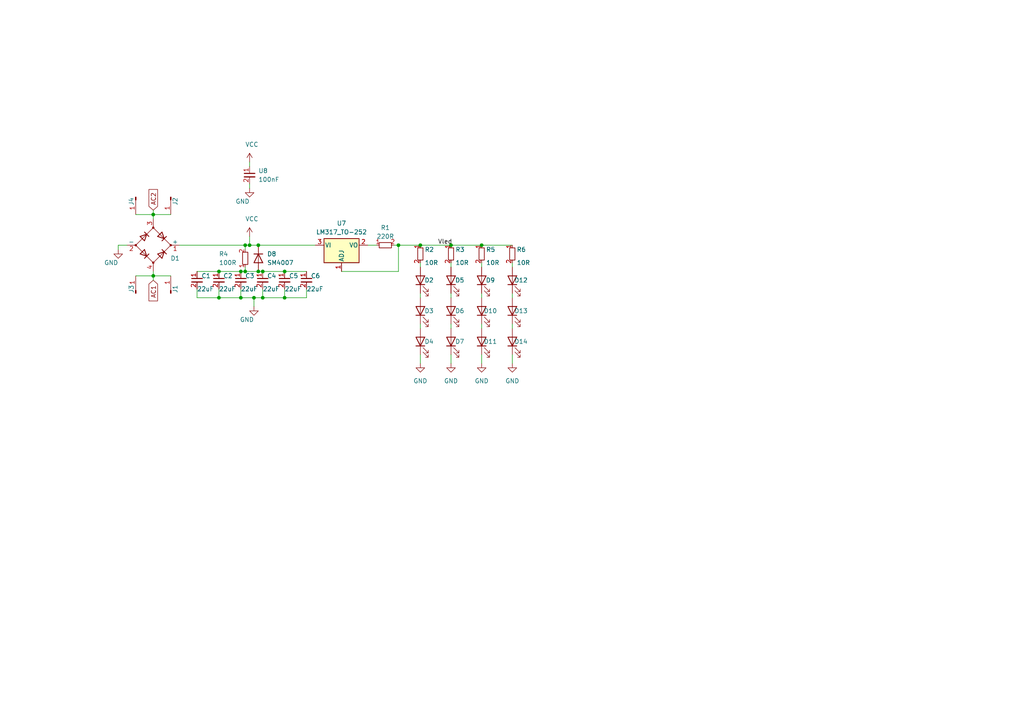
<source format=kicad_sch>
(kicad_sch (version 20230121) (generator eeschema)
  (paper "A4")
  (lib_symbols
    (symbol "Connector:Conn_01x01_Pin" (pin_names (offset 1.016) hide)
      (property "Reference" "J" (at 0 2.54 0))
      (property "Value" "Conn_01x01_Pin" (at 0 -2.54 0))
      (symbol "Conn_01x01_Pin_1_1"
        (polyline (pts (xy 1.27 0) (xy 0.8636 0)) (stroke (width 0.1524)))
        (rectangle (start 0.8636 0.127) (end 0 -0.127) (stroke (width 0.1524)) (fill (type outline)))
        (pin passive line (at 5.08 0 180) (length 3.81) (name "Pin_1") (number "1"))
      )
    )
    (symbol "Device:D_Bridge_+-AA" (pin_names (offset 0))
      (property "Reference" "D" (at 2.54 6.985 0))
      (property "Value" "D_Bridge_+-AA" (at 2.54 5.08 0))
      (symbol "D_Bridge_+-AA_0_1"
        (circle (center -5.08 0) (radius 0.254) (fill (type outline)))
        (circle (center 0 -5.08) (radius 0.254) (fill (type outline)))
        (polyline (pts (xy -2.54 3.81) (xy -1.27 2.54)) (stroke (width 0.254)))
        (polyline (pts (xy -1.27 -2.54) (xy -2.54 -3.81)) (stroke (width 0.254)))
        (polyline (pts (xy 2.54 -1.27) (xy 3.81 -2.54)) (stroke (width 0.254)))
        (polyline (pts (xy 2.54 1.27) (xy 3.81 2.54)) (stroke (width 0.254)))
        (polyline (pts (xy -3.81 2.54) (xy -2.54 1.27) (xy -1.905 3.175) (xy -3.81 2.54)) (stroke (width 0.254)))
        (polyline (pts (xy -2.54 -1.27) (xy -3.81 -2.54) (xy -1.905 -3.175) (xy -2.54 -1.27)) (stroke (width 0.254)))
        (polyline (pts (xy 1.27 2.54) (xy 2.54 3.81) (xy 3.175 1.905) (xy 1.27 2.54)) (stroke (width 0.254)))
        (polyline (pts (xy 3.175 -1.905) (xy 1.27 -2.54) (xy 2.54 -3.81) (xy 3.175 -1.905)) (stroke (width 0.254)))
        (polyline (pts (xy -5.08 0) (xy 0 -5.08) (xy 5.08 0) (xy 0 5.08) (xy -5.08 0)))
        (circle (center 0 5.08) (radius 0.254) (fill (type outline)))
        (circle (center 5.08 0) (radius 0.254) (fill (type outline)))
      )
      (symbol "D_Bridge_+-AA_1_1"
        (pin passive line (at 7.62 0 180) (length 2.54) (name "+") (number "1"))
        (pin passive line (at -7.62 0 0) (length 2.54) (name "-") (number "2"))
        (pin passive line (at 0 7.62 270) (length 2.54) (name "~") (number "3"))
        (pin passive line (at 0 -7.62 90) (length 2.54) (name "~") (number "4"))
      )
    )
    (symbol "Device:LED" (pin_numbers hide) (pin_names (offset 1.016) hide)
      (property "Reference" "D" (at 0 2.54 0))
      (property "Value" "LED" (at 0 -2.54 0))
      (symbol "LED_0_1"
        (polyline (pts (xy -1.27 -1.27) (xy -1.27 1.27)) (stroke (width 0.254)))
        (polyline (pts (xy -1.27 0) (xy 1.27 0)))
        (polyline (pts (xy 1.27 -1.27) (xy 1.27 1.27) (xy -1.27 0) (xy 1.27 -1.27)) (stroke (width 0.254)))
        (polyline (pts (xy -3.048 -0.762) (xy -4.572 -2.286) (xy -3.81 -2.286) (xy -4.572 -2.286) (xy -4.572 -1.524)))
        (polyline (pts (xy -1.778 -0.762) (xy -3.302 -2.286) (xy -2.54 -2.286) (xy -3.302 -2.286) (xy -3.302 -1.524)))
      )
      (symbol "LED_1_1"
        (pin passive line (at -3.81 0 0) (length 2.54) (name "K") (number "1"))
        (pin passive line (at 3.81 0 180) (length 2.54) (name "A") (number "2"))
      )
    )
    (symbol "Diode:SM4007" (pin_numbers hide) (pin_names hide)
      (property "Reference" "D" (at 0 2.54 0))
      (property "Value" "SM4007" (at 0 -2.54 0))
      (symbol "SM4007_0_1"
        (polyline (pts (xy -1.27 1.27) (xy -1.27 -1.27)) (stroke (width 0.254)))
        (polyline (pts (xy 1.27 0) (xy -1.27 0)))
        (polyline (pts (xy 1.27 1.27) (xy 1.27 -1.27) (xy -1.27 0) (xy 1.27 1.27)) (stroke (width 0.254)))
      )
      (symbol "SM4007_1_1"
        (pin passive line (at -3.81 0 0) (length 2.54) (name "K") (number "1"))
        (pin passive line (at 3.81 0 180) (length 2.54) (name "A") (number "2"))
      )
    )
    (symbol "Regulator_Linear:LM317_TO-252" (pin_names (offset 0.254))
      (property "Reference" "U" (at -3.81 3.175 0))
      (property "Value" "LM317_TO-252" (at 0 3.175 0))
      (symbol "LM317_TO-252_0_1"
        (rectangle (start -5.08 1.905) (end 5.08 -5.08) (stroke (width 0.254)) (fill (type background)))
      )
      (symbol "LM317_TO-252_1_1"
        (pin input line (at 0 -7.62 90) (length 2.54) (name "ADJ") (number "1"))
        (pin power_out line (at 7.62 0 180) (length 2.54) (name "VO") (number "2"))
        (pin power_in line (at -7.62 0 0) (length 2.54) (name "VI") (number "3"))
      )
    )
    (symbol "capacitor_miscellaneous:C_0603_100nF"
      (property "Reference" "U" (at 1.27 2.54 0))
      (property "Value" "100nF" (at 3.81 -2.54 0))
      (property "JLCPCB Part#" "C14663" (at 0 0 0))
      (symbol "C_0603_100nF_0_1"
        (polyline (pts (xy -1.524 -0.508) (xy 1.524 -0.508)) (stroke (width 0.3302)))
        (polyline (pts (xy -1.524 0.508) (xy 1.524 0.508)) (stroke (width 0.3048)))
      )
      (symbol "C_0603_100nF_1_1"
        (pin passive line (at 0 2.54 270) (length 2.032) (name "~") (number "1"))
        (pin passive line (at 0 -2.54 90) (length 2.032) (name "~") (number "2"))
      )
    )
    (symbol "capacitor_miscellaneous:C_1206_47uF"
      (property "Reference" "C" (at 1.27 2.54 0))
      (property "Value" "47uF" (at 3.81 -2.54 0))
      (property "JLCPCB Part#" "C96123" (at 0 0 0))
      (symbol "C_1206_47uF_0_1"
        (polyline (pts (xy -1.524 -0.508) (xy 1.524 -0.508)) (stroke (width 0.3302)))
        (polyline (pts (xy -1.524 0.508) (xy 1.524 0.508)) (stroke (width 0.3048)))
      )
      (symbol "C_1206_47uF_1_1"
        (pin passive line (at 0 2.54 270) (length 2.032) (name "~") (number "1"))
        (pin passive line (at 0 -2.54 90) (length 2.032) (name "~") (number "2"))
      )
    )
    (symbol "power:GND" (power) (pin_names (offset 0))
      (property "Value" "GND" (at 0 -3.81 0))
      (symbol "GND_0_1"
        (polyline (pts (xy 0 0) (xy 0 -1.27) (xy 1.27 -1.27) (xy 0 -2.54) (xy -1.27 -1.27) (xy 0 -1.27)))
      )
      (symbol "GND_1_1"
        (pin power_in line (at 0 0 270) (length 0) hide (name "GND") (number "1"))
      )
    )
    (symbol "power:VCC" (power) (pin_names (offset 0))
      (property "Value" "VCC" (at 0 3.81 0))
      (symbol "VCC_0_1"
        (polyline (pts (xy -0.762 1.27) (xy 0 2.54)))
        (polyline (pts (xy 0 0) (xy 0 2.54)))
        (polyline (pts (xy 0 2.54) (xy 0.762 1.27)))
      )
      (symbol "VCC_1_1"
        (pin power_in line (at 0 0 90) (length 0) hide (name "VCC") (number "1"))
      )
    )
    (symbol "resistors_0603:R_10R_0603"
      (property "Reference" "R" (at 1.27 2.54 0))
      (property "Value" "10R" (at 2.54 -2.54 0))
      (symbol "R_10R_0603_0_1"
        (rectangle (start -0.762 1.778) (end 0.762 -1.778) (stroke (width 0.2032)))
      )
      (symbol "R_10R_0603_1_1"
        (pin passive line (at 0 2.54 270) (length 0.762) (name "~") (number "1"))
        (pin passive line (at 0 -2.54 90) (length 0.762) (name "~") (number "2"))
      )
    )
    (symbol "resistors_0805:R_100R_0805"
      (property "Reference" "R" (at 1.27 2.54 0))
      (property "Value" "100R" (at 2.54 -2.54 0))
      (symbol "R_100R_0805_0_1"
        (rectangle (start -0.762 1.778) (end 0.762 -1.778) (stroke (width 0.2032)))
      )
      (symbol "R_100R_0805_1_1"
        (pin passive line (at 0 2.54 270) (length 0.762) (name "~") (number "1"))
        (pin passive line (at 0 -2.54 90) (length 0.762) (name "~") (number "2"))
      )
    )
    (symbol "resistors_0805:R_220k_0805"
      (property "Reference" "R" (at 1.27 2.54 0))
      (property "Value" "220k" (at 2.54 -2.54 0))
      (symbol "R_220k_0805_0_1"
        (rectangle (start -0.762 1.778) (end 0.762 -1.778) (stroke (width 0.2032)))
      )
      (symbol "R_220k_0805_1_1"
        (pin passive line (at 0 2.54 270) (length 0.762) (name "~") (number "1"))
        (pin passive line (at 0 -2.54 90) (length 0.762) (name "~") (number "2"))
      )
    )
  )
  (junction (at 69.85 86.36))
  (junction (at 82.55 78.74))
  (junction (at 63.5 78.74))
  (junction (at 73.66 86.36))
  (junction (at 72.39 71.12))
  (junction (at 74.93 78.74))
  (junction (at 44.45 62.23))
  (junction (at 115.57 71.12))
  (junction (at 74.93 71.12))
  (junction (at 71.12 78.74))
  (junction (at 76.2 78.74))
  (junction (at 71.12 71.12))
  (junction (at 44.45 80.01))
  (junction (at 82.55 86.36))
  (junction (at 121.92 71.12))
  (junction (at 63.5 86.36))
  (junction (at 139.7 71.12))
  (junction (at 130.81 71.12))
  (junction (at 69.85 78.74))
  (junction (at 76.2 86.36))
  (wire (pts (xy 115.57 78.74) (xy 99.06 78.74)))
  (wire (pts (xy 57.15 86.36) (xy 63.5 86.36)))
  (wire (pts (xy 57.15 83.82) (xy 57.15 86.36)))
  (wire (pts (xy 121.92 76.2) (xy 121.92 77.47)))
  (wire (pts (xy 139.7 102.87) (xy 139.7 105.41)))
  (wire (pts (xy 82.55 78.74) (xy 88.9 78.74)))
  (wire (pts (xy 148.59 85.09) (xy 148.59 86.36)))
  (wire (pts (xy 44.45 62.23) (xy 39.37 62.23)))
  (wire (pts (xy 115.57 71.12) (xy 121.92 71.12)))
  (wire (pts (xy 63.5 78.74) (xy 69.85 78.74)))
  (wire (pts (xy 71.12 71.12) (xy 72.39 71.12)))
  (wire (pts (xy 130.81 85.09) (xy 130.81 86.36)))
  (wire (pts (xy 130.81 93.98) (xy 130.81 95.25)))
  (wire (pts (xy 52.07 71.12) (xy 71.12 71.12)))
  (wire (pts (xy 76.2 86.36) (xy 82.55 86.36)))
  (wire (pts (xy 88.9 86.36) (xy 82.55 86.36)))
  (wire (pts (xy 71.12 78.74) (xy 74.93 78.74)))
  (wire (pts (xy 121.92 85.09) (xy 121.92 86.36)))
  (wire (pts (xy 72.39 68.58) (xy 72.39 71.12)))
  (wire (pts (xy 71.12 71.12) (xy 71.12 72.39)))
  (wire (pts (xy 57.15 78.74) (xy 63.5 78.74)))
  (wire (pts (xy 44.45 62.23) (xy 44.45 63.5)))
  (wire (pts (xy 139.7 93.98) (xy 139.7 95.25)))
  (wire (pts (xy 148.59 76.2) (xy 148.59 77.47)))
  (wire (pts (xy 44.45 80.01) (xy 39.37 80.01)))
  (wire (pts (xy 130.81 71.12) (xy 139.7 71.12)))
  (wire (pts (xy 121.92 71.12) (xy 130.81 71.12)))
  (wire (pts (xy 114.3 71.12) (xy 115.57 71.12)))
  (wire (pts (xy 76.2 78.74) (xy 82.55 78.74)))
  (wire (pts (xy 63.5 86.36) (xy 63.5 83.82)))
  (wire (pts (xy 49.53 62.23) (xy 44.45 62.23)))
  (wire (pts (xy 82.55 86.36) (xy 82.55 83.82)))
  (wire (pts (xy 69.85 86.36) (xy 69.85 83.82)))
  (wire (pts (xy 130.81 76.2) (xy 130.81 77.47)))
  (wire (pts (xy 73.66 86.36) (xy 69.85 86.36)))
  (wire (pts (xy 76.2 86.36) (xy 76.2 83.82)))
  (wire (pts (xy 121.92 93.98) (xy 121.92 95.25)))
  (wire (pts (xy 72.39 46.99) (xy 72.39 48.26)))
  (wire (pts (xy 69.85 78.74) (xy 71.12 78.74)))
  (wire (pts (xy 148.59 102.87) (xy 148.59 105.41)))
  (wire (pts (xy 130.81 102.87) (xy 130.81 105.41)))
  (wire (pts (xy 49.53 80.01) (xy 44.45 80.01)))
  (wire (pts (xy 73.66 88.9) (xy 73.66 86.36)))
  (wire (pts (xy 73.66 86.36) (xy 76.2 86.36)))
  (wire (pts (xy 139.7 76.2) (xy 139.7 77.47)))
  (wire (pts (xy 63.5 86.36) (xy 69.85 86.36)))
  (wire (pts (xy 139.7 85.09) (xy 139.7 86.36)))
  (wire (pts (xy 72.39 54.61) (xy 72.39 53.34)))
  (wire (pts (xy 106.68 71.12) (xy 109.22 71.12)))
  (wire (pts (xy 44.45 60.96) (xy 44.45 62.23)))
  (wire (pts (xy 115.57 71.12) (xy 115.57 78.74)))
  (wire (pts (xy 71.12 77.47) (xy 71.12 78.74)))
  (wire (pts (xy 44.45 80.01) (xy 44.45 78.74)))
  (wire (pts (xy 34.29 71.12) (xy 36.83 71.12)))
  (wire (pts (xy 72.39 71.12) (xy 74.93 71.12)))
  (wire (pts (xy 88.9 83.82) (xy 88.9 86.36)))
  (wire (pts (xy 34.29 72.39) (xy 34.29 71.12)))
  (wire (pts (xy 148.59 93.98) (xy 148.59 95.25)))
  (wire (pts (xy 121.92 102.87) (xy 121.92 105.41)))
  (wire (pts (xy 139.7 71.12) (xy 148.59 71.12)))
  (wire (pts (xy 74.93 71.12) (xy 91.44 71.12)))
  (wire (pts (xy 74.93 78.74) (xy 76.2 78.74)))
  (wire (pts (xy 44.45 80.01) (xy 44.45 81.28)))
  (label "Vled" (at 127 71.12 0))
  (global_label "AC1" (shape input) (at 44.45 81.28 270) (property "Intersheetrefs" "${INTERSHEET_REFS}" (effects hide)))
  (global_label "AC2" (shape input) (at 44.45 60.96 90) (property "Intersheetrefs" "${INTERSHEET_REFS}" (effects hide)))
  (symbol (lib_id "Device:LED") (at 148.59 81.28 90) (unit 1)
    (property "Reference" "D12" (at 151.13 81.28 90))
    (property "Value" "LED" (effects hide))
    (property "Footprint" "LED_SMD:LED_1206_3216Metric" (effects hide))
    (property "JLCPCB Part#" "C219232" (effects hide))
  )
  (symbol (lib_id "power:GND") (at 139.7 105.41 0) (unit 1)
    (property "Reference" "#PWR0101" (effects hide))
    (property "Value" "GND" (at 139.7 110.49 0))
  )
  (symbol (lib_id "Diode:SM4007") (at 74.93 74.93 270) (unit 1)
    (property "Reference" "D8" (at 77.47 73.66 90) (effects (justify left)))
    (property "Value" "SM4007" (at 77.47 76.2 90) (effects (justify left)))
    (property "Footprint" "Diode_SMD:D_SOD-123F" (effects hide))
    (property "Datasheet" "http://cdn-reichelt.de/documents/datenblatt/A400/SMD1N400%23DIO.pdf" (effects hide))
    (property "Sim.Device" "D" (effects hide))
    (property "Sim.Pins" "1=K 2=A" (effects hide))
    (property "JLCPCB Part# " "C64898" (effects hide))
  )
  (symbol (lib_id "Device:D_Bridge_+-AA") (at 44.45 71.12 0) (unit 1)
    (property "Reference" "D1" (at 50.8 74.93 0))
    (property "Value" "D_Bridge_+-AA" (effects hide))
    (property "Footprint" "Diode_SMD:Diode_Bridge_Diotec_SO-DIL-Slim" (effects hide))
    (property "JLCPCB Part#" "C5377" (effects hide))
  )
  (symbol (lib_id "power:GND") (at 73.66 88.9 0) (unit 1)
    (property "Reference" "#PWR03" (effects hide))
    (property "Value" "GND" (at 73.66 92.71 0) (effects (justify right)))
  )
  (symbol (lib_id "capacitor_miscellaneous:C_1206_47uF") (at 57.15 81.28 0) (unit 1)
    (property "Reference" "C1" (at 58.42 80.01 0) (effects (justify left)))
    (property "Value" "22uF" (at 57.15 83.82 0) (effects (justify left)))
    (property "Footprint" "Capacitor_SMD:C_1206_3216Metric" (effects hide))
    (property "JLCPCB Part#" "C96123" (effects hide))
  )
  (symbol (lib_id "Connector:Conn_01x01_Pin") (at 49.53 85.09 90) (unit 1)
    (property "Reference" "J1" (at 50.8 83.82 0))
    (property "Value" "Conn_01x01_Pin" (effects hide))
    (property "Footprint" "custom_kicad_lib_sk:01_solderpad_2.54" (effects hide))
  )
  (symbol (lib_id "power:GND") (at 148.59 105.41 0) (unit 1)
    (property "Reference" "#PWR0102" (effects hide))
    (property "Value" "GND" (at 148.59 110.49 0))
  )
  (symbol (lib_id "capacitor_miscellaneous:C_1206_47uF") (at 69.85 81.28 0) (unit 1)
    (property "Reference" "C3" (at 71.12 80.01 0) (effects (justify left)))
    (property "Value" "22uF" (at 69.85 83.82 0) (effects (justify left)))
    (property "Footprint" "Capacitor_SMD:C_1206_3216Metric" (effects hide))
    (property "JLCPCB Part#" "C96123" (effects hide))
  )
  (symbol (lib_id "resistors_0603:R_10R_0603") (at 139.7 73.66 0) (unit 1)
    (property "Reference" "R5" (at 140.97 72.39 0) (effects (justify left)))
    (property "Value" "10R" (at 140.97 76.2 0) (effects (justify left)))
    (property "Footprint" "custom_kicad_lib_sk:R_0603_smalltext" (effects hide))
    (property "JLCPCB Part#" "C22859" (effects hide))
  )
  (symbol (lib_id "Device:LED") (at 130.81 81.28 90) (unit 1)
    (property "Reference" "D5" (at 133.35 81.28 90))
    (property "Value" "LED" (effects hide))
    (property "Footprint" "LED_SMD:LED_1206_3216Metric" (effects hide))
    (property "JLCPCB Part#" "C219232" (effects hide))
  )
  (symbol (lib_id "Connector:Conn_01x01_Pin") (at 39.37 57.15 270) (unit 1)
    (property "Reference" "J4" (at 38.1 58.42 0))
    (property "Value" "Conn_01x01_Pin" (effects hide))
    (property "Footprint" "custom_kicad_lib_sk:01_solderpad_2.54" (effects hide))
  )
  (symbol (lib_id "Device:LED") (at 139.7 99.06 90) (unit 1)
    (property "Reference" "D11" (at 142.24 99.06 90))
    (property "Value" "LED" (effects hide))
    (property "Footprint" "LED_SMD:LED_1206_3216Metric" (effects hide))
    (property "JLCPCB Part#" "C219232" (effects hide))
  )
  (symbol (lib_id "capacitor_miscellaneous:C_1206_47uF") (at 63.5 81.28 0) (unit 1)
    (property "Reference" "C2" (at 64.77 80.01 0) (effects (justify left)))
    (property "Value" "22uF" (at 63.5 83.82 0) (effects (justify left)))
    (property "Footprint" "Capacitor_SMD:C_1206_3216Metric" (effects hide))
    (property "JLCPCB Part#" "C96123" (effects hide))
  )
  (symbol (lib_id "resistors_0805:R_100R_0805") (at 71.12 74.93 180) (unit 1)
    (property "Reference" "R4" (at 63.5 73.66 0) (effects (justify right)))
    (property "Value" "100R" (at 63.5 76.2 0) (effects (justify right)))
    (property "Footprint" "custom_kicad_lib_sk:R_0805_handsolder-smalltext" (effects hide))
    (property "JLCPCB Part#" "C17408" (effects hide))
  )
  (symbol (lib_id "Device:LED") (at 139.7 81.28 90) (unit 1)
    (property "Reference" "D9" (at 142.24 81.28 90))
    (property "Value" "LED" (effects hide))
    (property "Footprint" "LED_SMD:LED_1206_3216Metric" (effects hide))
    (property "JLCPCB Part#" "C219232" (effects hide))
  )
  (symbol (lib_id "Device:LED") (at 121.92 90.17 90) (unit 1)
    (property "Reference" "D3" (at 124.46 90.17 90))
    (property "Value" "LED" (effects hide))
    (property "Footprint" "LED_SMD:LED_1206_3216Metric" (effects hide))
    (property "JLCPCB Part#" "C219232" (effects hide))
  )
  (symbol (lib_id "power:GND") (at 130.81 105.41 0) (unit 1)
    (property "Reference" "#PWR05" (effects hide))
    (property "Value" "GND" (at 130.81 110.49 0))
  )
  (symbol (lib_id "Connector:Conn_01x01_Pin") (at 49.53 57.15 270) (unit 1)
    (property "Reference" "J2" (at 50.8 58.42 0))
    (property "Value" "Conn_01x01_Pin" (effects hide))
    (property "Footprint" "custom_kicad_lib_sk:01_solderpad_2.54" (effects hide))
  )
  (symbol (lib_id "Device:LED") (at 148.59 90.17 90) (unit 1)
    (property "Reference" "D13" (at 151.13 90.17 90))
    (property "Value" "LED" (effects hide))
    (property "Footprint" "LED_SMD:LED_1206_3216Metric" (effects hide))
    (property "JLCPCB Part#" "C219232" (effects hide))
  )
  (symbol (lib_id "capacitor_miscellaneous:C_1206_47uF") (at 88.9 81.28 0) (unit 1)
    (property "Reference" "C6" (at 90.17 80.01 0) (effects (justify left)))
    (property "Value" "22uF" (at 88.9 83.82 0) (effects (justify left)))
    (property "Footprint" "Capacitor_SMD:C_1206_3216Metric" (effects hide))
    (property "JLCPCB Part#" "C96123" (effects hide))
  )
  (symbol (lib_id "Device:LED") (at 130.81 99.06 90) (unit 1)
    (property "Reference" "D7" (at 133.35 99.06 90))
    (property "Value" "LED" (effects hide))
    (property "Footprint" "LED_SMD:LED_1206_3216Metric" (effects hide))
    (property "JLCPCB Part#" "C219232" (effects hide))
  )
  (symbol (lib_id "Regulator_Linear:LM317_TO-252") (at 99.06 71.12 0) (unit 1)
    (property "Reference" "U7" (at 99.06 64.77 0))
    (property "Value" "LM317_TO-252" (at 99.06 67.31 0))
    (property "Footprint" "Package_TO_SOT_SMD:TO-252-2" (effects hide))
    (property "Datasheet" "http://www.ti.com/lit/ds/snvs774n/snvs774n.pdf" (effects hide))
    (property "JLCPCB Part#" "C75510" (effects hide))
  )
  (symbol (lib_id "capacitor_miscellaneous:C_1206_47uF") (at 76.2 81.28 0) (unit 1)
    (property "Reference" "C4" (at 77.47 80.01 0) (effects (justify left)))
    (property "Value" "22uF" (at 76.2 83.82 0) (effects (justify left)))
    (property "Footprint" "Capacitor_SMD:C_1206_3216Metric" (effects hide))
    (property "JLCPCB Part#" "C96123" (effects hide))
  )
  (symbol (lib_id "power:GND") (at 121.92 105.41 0) (unit 1)
    (property "Reference" "#PWR04" (effects hide))
    (property "Value" "GND" (at 121.92 110.49 0))
  )
  (symbol (lib_id "Device:LED") (at 130.81 90.17 90) (unit 1)
    (property "Reference" "D6" (at 133.35 90.17 90))
    (property "Value" "LED" (effects hide))
    (property "Footprint" "LED_SMD:LED_1206_3216Metric" (effects hide))
    (property "JLCPCB Part#" "C219232" (effects hide))
  )
  (symbol (lib_id "power:VCC") (at 72.39 46.99 0) (unit 1)
    (property "Reference" "#PWR06" (effects hide))
    (property "Value" "VCC" (at 71.12 41.91 0) (effects (justify left)))
  )
  (symbol (lib_id "resistors_0603:R_10R_0603") (at 148.59 73.66 0) (unit 1)
    (property "Reference" "R6" (at 149.86 72.39 0) (effects (justify left)))
    (property "Value" "10R" (at 149.86 76.2 0) (effects (justify left)))
    (property "Footprint" "custom_kicad_lib_sk:R_0603_smalltext" (effects hide))
    (property "JLCPCB Part#" "C22859" (effects hide))
  )
  (symbol (lib_id "power:GND") (at 72.39 54.61 0) (unit 1)
    (property "Reference" "#PWR07" (effects hide))
    (property "Value" "GND" (at 72.39 58.42 0) (effects (justify right)))
  )
  (symbol (lib_id "Connector:Conn_01x01_Pin") (at 39.37 85.09 90) (unit 1)
    (property "Reference" "J3" (at 38.1 83.82 0))
    (property "Value" "Conn_01x01_Pin" (effects hide))
    (property "Footprint" "custom_kicad_lib_sk:01_solderpad_2.54" (effects hide))
  )
  (symbol (lib_id "capacitor_miscellaneous:C_1206_47uF") (at 82.55 81.28 0) (unit 1)
    (property "Reference" "C5" (at 83.82 80.01 0) (effects (justify left)))
    (property "Value" "22uF" (at 82.55 83.82 0) (effects (justify left)))
    (property "Footprint" "Capacitor_SMD:C_1206_3216Metric" (effects hide))
    (property "JLCPCB Part#" "C96123" (effects hide))
  )
  (symbol (lib_id "Device:LED") (at 148.59 99.06 90) (unit 1)
    (property "Reference" "D14" (at 151.13 99.06 90))
    (property "Value" "LED" (effects hide))
    (property "Footprint" "LED_SMD:LED_1206_3216Metric" (effects hide))
    (property "JLCPCB Part#" "C219232" (effects hide))
  )
  (symbol (lib_id "Device:LED") (at 139.7 90.17 90) (unit 1)
    (property "Reference" "D10" (at 142.24 90.17 90))
    (property "Value" "LED" (effects hide))
    (property "Footprint" "LED_SMD:LED_1206_3216Metric" (effects hide))
    (property "JLCPCB Part#" "C219232" (effects hide))
  )
  (symbol (lib_id "resistors_0603:R_10R_0603") (at 130.81 73.66 0) (unit 1)
    (property "Reference" "R3" (at 132.08 72.39 0) (effects (justify left)))
    (property "Value" "10R" (at 132.08 76.2 0) (effects (justify left)))
    (property "Footprint" "custom_kicad_lib_sk:R_0603_smalltext" (effects hide))
    (property "JLCPCB Part#" "C22859" (effects hide))
  )
  (symbol (lib_id "resistors_0805:R_220k_0805") (at 111.76 71.12 90) (unit 1)
    (property "Reference" "R1" (at 111.76 66.04 90))
    (property "Value" "220R" (at 111.76 68.58 90))
    (property "Footprint" "custom_kicad_lib_sk:R_0805_handsolder-smalltext" (effects hide))
    (property "JLCPCB Part#" "C17557" (effects hide))
  )
  (symbol (lib_id "power:GND") (at 34.29 72.39 0) (unit 1)
    (property "Reference" "#PWR01" (effects hide))
    (property "Value" "GND" (at 34.29 76.2 0) (effects (justify right)))
  )
  (symbol (lib_id "Device:LED") (at 121.92 81.28 90) (unit 1)
    (property "Reference" "D2" (at 124.46 81.28 90))
    (property "Value" "LED" (effects hide))
    (property "Footprint" "LED_SMD:LED_1206_3216Metric" (effects hide))
    (property "JLCPCB Part#" "C219232" (effects hide))
  )
  (symbol (lib_id "Device:LED") (at 121.92 99.06 90) (unit 1)
    (property "Reference" "D4" (at 124.46 99.06 90))
    (property "Value" "LED" (effects hide))
    (property "Footprint" "LED_SMD:LED_1206_3216Metric" (effects hide))
    (property "JLCPCB Part#" "C219232" (effects hide))
  )
  (symbol (lib_id "capacitor_miscellaneous:C_0603_100nF") (at 72.39 50.8 0) (unit 1)
    (property "Reference" "U8" (at 74.93 49.5363 0) (effects (justify left)))
    (property "Value" "100nF" (at 74.93 52.0763 0) (effects (justify left)))
    (property "Footprint" "Capacitor_SMD:C_0603_1608Metric" (effects hide))
    (property "JLCPCB Part#" "C14663" (effects hide))
  )
  (symbol (lib_id "power:VCC") (at 72.39 68.58 0) (unit 1)
    (property "Reference" "#PWR02" (effects hide))
    (property "Value" "VCC" (at 71.12 63.5 0) (effects (justify left)))
  )
  (symbol (lib_id "resistors_0603:R_10R_0603") (at 121.92 73.66 0) (unit 1)
    (property "Reference" "R2" (at 123.19 72.39 0) (effects (justify left)))
    (property "Value" "10R" (at 123.19 76.2 0) (effects (justify left)))
    (property "Footprint" "custom_kicad_lib_sk:R_0603_smalltext" (effects hide))
    (property "JLCPCB Part#" "C22859" (effects hide))
  )
)
</source>
